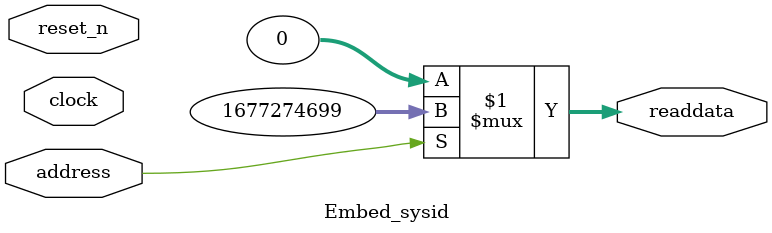
<source format=v>



// synthesis translate_off
`timescale 1ns / 1ps
// synthesis translate_on

// turn off superfluous verilog processor warnings 
// altera message_level Level1 
// altera message_off 10034 10035 10036 10037 10230 10240 10030 

module Embed_sysid (
               // inputs:
                address,
                clock,
                reset_n,

               // outputs:
                readdata
             )
;

  output  [ 31: 0] readdata;
  input            address;
  input            clock;
  input            reset_n;

  wire    [ 31: 0] readdata;
  //control_slave, which is an e_avalon_slave
  assign readdata = address ? 1677274699 : 0;

endmodule



</source>
